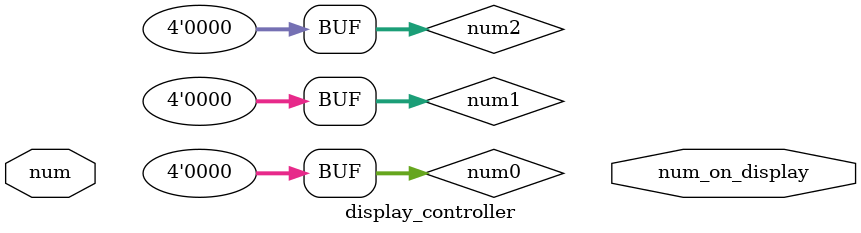
<source format=sv>
module display_controller(num, num_on_display);

input logic[9:0] num;
output logic[20:0] num_on_display;

logic[3:0] num0 = 0;
logic[3:0] num1 = 0;
logic[3:0] num2 = 0;

endmodule

</source>
